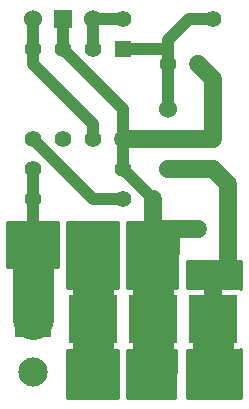
<source format=gbl>
G04 (created by PCBNEW-RS274X (2012-01-19 BZR 3256)-stable) date 2013-07-01 19:01:18*
G01*
G70*
G90*
%MOIN*%
G04 Gerber Fmt 3.4, Leading zero omitted, Abs format*
%FSLAX34Y34*%
G04 APERTURE LIST*
%ADD10C,0.006000*%
%ADD11R,0.124600X0.124600*%
%ADD12C,0.097600*%
%ADD13C,0.055000*%
%ADD14R,0.055000X0.055000*%
%ADD15C,0.060000*%
%ADD16R,0.159500X0.159500*%
%ADD17R,0.060000X0.060000*%
%ADD18C,0.059100*%
%ADD19C,0.138200*%
%ADD20C,0.039400*%
%ADD21C,0.010000*%
G04 APERTURE END LIST*
G54D10*
G54D11*
X26000Y-19000D03*
G54D12*
X26000Y-20750D03*
G54D13*
X32000Y-09000D03*
X29000Y-09000D03*
X26000Y-15000D03*
X29000Y-15000D03*
G54D14*
X29000Y-10000D03*
G54D13*
X28000Y-10000D03*
X27000Y-10000D03*
X26000Y-10000D03*
X26000Y-13000D03*
X27000Y-13000D03*
X28000Y-13000D03*
X29000Y-13000D03*
G54D14*
X32500Y-16000D03*
G54D13*
X31500Y-16000D03*
X32000Y-14000D03*
X32000Y-13000D03*
X30500Y-10500D03*
X31500Y-10500D03*
X26000Y-14000D03*
X29000Y-14000D03*
G54D15*
X28000Y-16500D03*
X26000Y-16500D03*
X30000Y-16500D03*
G54D16*
X30000Y-19000D03*
X32000Y-19000D03*
X28000Y-19000D03*
G54D15*
X28000Y-09000D03*
G54D17*
X27000Y-09000D03*
G54D15*
X26000Y-09000D03*
X30500Y-14000D03*
G54D17*
X30500Y-13000D03*
G54D15*
X30500Y-12000D03*
G54D18*
X32500Y-17250D02*
X32000Y-17750D01*
X30500Y-14000D02*
X32000Y-14000D01*
X32500Y-16000D02*
X32500Y-14500D01*
X32500Y-14500D02*
X32000Y-14000D01*
G54D19*
X32000Y-19000D02*
X32000Y-20750D01*
G54D18*
X32500Y-16000D02*
X32500Y-17250D01*
X32000Y-17750D02*
X32000Y-19000D01*
X32000Y-11000D02*
X31500Y-10500D01*
G54D20*
X27000Y-09000D02*
X27000Y-10000D01*
X29000Y-13000D02*
X29000Y-14000D01*
X29000Y-12000D02*
X29000Y-13000D01*
X27000Y-10000D02*
X29000Y-12000D01*
G54D18*
X31500Y-16000D02*
X30000Y-16000D01*
X30000Y-15000D02*
X30000Y-16000D01*
X30000Y-16000D02*
X30000Y-16500D01*
G54D19*
X30000Y-16500D02*
X30000Y-19000D01*
G54D20*
X29000Y-14000D02*
X30000Y-15000D01*
G54D18*
X32000Y-13000D02*
X32000Y-11000D01*
X30500Y-13000D02*
X32000Y-13000D01*
X30500Y-13000D02*
X29000Y-13000D01*
G54D19*
X30000Y-19000D02*
X30000Y-20750D01*
G54D20*
X29000Y-15000D02*
X28500Y-15000D01*
X28000Y-15000D02*
X26000Y-13000D01*
X28000Y-15000D02*
X28500Y-15000D01*
X26000Y-15000D02*
X26000Y-16500D01*
X26000Y-14000D02*
X26000Y-15000D01*
G54D19*
X26000Y-16500D02*
X26000Y-17000D01*
X26000Y-17000D02*
X26000Y-19000D01*
G54D20*
X26000Y-16500D02*
X26000Y-16000D01*
G54D19*
X28000Y-19000D02*
X28000Y-20750D01*
X28000Y-16500D02*
X28000Y-19000D01*
G54D20*
X26000Y-09500D02*
X26000Y-09000D01*
X26000Y-10000D02*
X26000Y-09500D01*
X28000Y-12500D02*
X26000Y-10500D01*
X28000Y-13000D02*
X28000Y-12500D01*
X26000Y-10500D02*
X26000Y-09500D01*
X30500Y-12000D02*
X30500Y-10500D01*
X30500Y-10500D02*
X30500Y-10000D01*
X30500Y-10000D02*
X29000Y-10000D01*
X30500Y-10500D02*
X30500Y-09700D01*
X31200Y-09000D02*
X32000Y-09000D01*
X30500Y-09700D02*
X31200Y-09000D01*
X28000Y-09000D02*
X28000Y-10000D01*
X29000Y-09000D02*
X28000Y-09000D01*
G54D10*
G36*
X32950Y-21625D02*
X31150Y-21625D01*
X31150Y-20044D01*
X31154Y-20046D01*
X31888Y-20047D01*
X31950Y-19985D01*
X31950Y-19100D01*
X31950Y-19050D01*
X31950Y-18950D01*
X31950Y-18900D01*
X31950Y-18015D01*
X31888Y-17953D01*
X31154Y-17954D01*
X31150Y-17955D01*
X31150Y-17050D01*
X32950Y-17050D01*
X32950Y-18004D01*
X32938Y-17992D01*
X32846Y-17954D01*
X32112Y-17953D01*
X32050Y-18015D01*
X32050Y-18900D01*
X32050Y-18950D01*
X32050Y-19050D01*
X32050Y-19100D01*
X32050Y-19985D01*
X32112Y-20047D01*
X32846Y-20046D01*
X32938Y-20008D01*
X32950Y-19996D01*
X32950Y-21625D01*
X32950Y-21625D01*
G37*
G54D21*
X32950Y-21625D02*
X31150Y-21625D01*
X31150Y-20044D01*
X31154Y-20046D01*
X31888Y-20047D01*
X31950Y-19985D01*
X31950Y-19100D01*
X31950Y-19050D01*
X31950Y-18950D01*
X31950Y-18900D01*
X31950Y-18015D01*
X31888Y-17953D01*
X31154Y-17954D01*
X31150Y-17955D01*
X31150Y-17050D01*
X32950Y-17050D01*
X32950Y-18004D01*
X32938Y-17992D01*
X32846Y-17954D01*
X32112Y-17953D01*
X32050Y-18015D01*
X32050Y-18900D01*
X32050Y-18950D01*
X32050Y-19050D01*
X32050Y-19100D01*
X32050Y-19985D01*
X32112Y-20047D01*
X32846Y-20046D01*
X32938Y-20008D01*
X32950Y-19996D01*
X32950Y-21625D01*
G54D10*
G36*
X30849Y-15750D02*
X30812Y-17953D01*
X30543Y-17953D01*
X30543Y-16579D01*
X30532Y-16366D01*
X30472Y-16219D01*
X30378Y-16192D01*
X30308Y-16262D01*
X30308Y-16122D01*
X30281Y-16028D01*
X30079Y-15957D01*
X29866Y-15968D01*
X29719Y-16028D01*
X29692Y-16122D01*
X30000Y-16429D01*
X30308Y-16122D01*
X30308Y-16262D01*
X30071Y-16500D01*
X30378Y-16808D01*
X30472Y-16781D01*
X30543Y-16579D01*
X30543Y-17953D01*
X30308Y-17953D01*
X30308Y-16878D01*
X30000Y-16571D01*
X29929Y-16641D01*
X29929Y-16500D01*
X29622Y-16192D01*
X29528Y-16219D01*
X29457Y-16421D01*
X29468Y-16634D01*
X29528Y-16781D01*
X29622Y-16808D01*
X29929Y-16500D01*
X29929Y-16641D01*
X29692Y-16878D01*
X29719Y-16972D01*
X29921Y-17043D01*
X30134Y-17032D01*
X30281Y-16972D01*
X30308Y-16878D01*
X30308Y-17953D01*
X30112Y-17953D01*
X30050Y-18015D01*
X30050Y-18900D01*
X30050Y-18950D01*
X30050Y-19050D01*
X30050Y-19100D01*
X30050Y-19985D01*
X30112Y-20047D01*
X30777Y-20046D01*
X30751Y-21625D01*
X29150Y-21625D01*
X29150Y-20044D01*
X29154Y-20046D01*
X29888Y-20047D01*
X29950Y-19985D01*
X29950Y-19100D01*
X29950Y-19050D01*
X29950Y-18950D01*
X29950Y-18900D01*
X29950Y-18015D01*
X29888Y-17953D01*
X29154Y-17954D01*
X29150Y-17955D01*
X29150Y-15750D01*
X30849Y-15750D01*
X30849Y-15750D01*
G37*
G54D21*
X30849Y-15750D02*
X30812Y-17953D01*
X30543Y-17953D01*
X30543Y-16579D01*
X30532Y-16366D01*
X30472Y-16219D01*
X30378Y-16192D01*
X30308Y-16262D01*
X30308Y-16122D01*
X30281Y-16028D01*
X30079Y-15957D01*
X29866Y-15968D01*
X29719Y-16028D01*
X29692Y-16122D01*
X30000Y-16429D01*
X30308Y-16122D01*
X30308Y-16262D01*
X30071Y-16500D01*
X30378Y-16808D01*
X30472Y-16781D01*
X30543Y-16579D01*
X30543Y-17953D01*
X30308Y-17953D01*
X30308Y-16878D01*
X30000Y-16571D01*
X29929Y-16641D01*
X29929Y-16500D01*
X29622Y-16192D01*
X29528Y-16219D01*
X29457Y-16421D01*
X29468Y-16634D01*
X29528Y-16781D01*
X29622Y-16808D01*
X29929Y-16500D01*
X29929Y-16641D01*
X29692Y-16878D01*
X29719Y-16972D01*
X29921Y-17043D01*
X30134Y-17032D01*
X30281Y-16972D01*
X30308Y-16878D01*
X30308Y-17953D01*
X30112Y-17953D01*
X30050Y-18015D01*
X30050Y-18900D01*
X30050Y-18950D01*
X30050Y-19050D01*
X30050Y-19100D01*
X30050Y-19985D01*
X30112Y-20047D01*
X30777Y-20046D01*
X30751Y-21625D01*
X29150Y-21625D01*
X29150Y-20044D01*
X29154Y-20046D01*
X29888Y-20047D01*
X29950Y-19985D01*
X29950Y-19100D01*
X29950Y-19050D01*
X29950Y-18950D01*
X29950Y-18900D01*
X29950Y-18015D01*
X29888Y-17953D01*
X29154Y-17954D01*
X29150Y-17955D01*
X29150Y-15750D01*
X30849Y-15750D01*
G54D10*
G36*
X28850Y-21625D02*
X27150Y-21625D01*
X27150Y-20044D01*
X27154Y-20046D01*
X27888Y-20047D01*
X27950Y-19985D01*
X27950Y-19100D01*
X27950Y-19050D01*
X27950Y-18950D01*
X27950Y-18900D01*
X27950Y-18015D01*
X27888Y-17953D01*
X27154Y-17954D01*
X27150Y-17955D01*
X27150Y-15750D01*
X28850Y-15750D01*
X28850Y-17955D01*
X28846Y-17954D01*
X28543Y-17953D01*
X28543Y-16579D01*
X28532Y-16366D01*
X28472Y-16219D01*
X28378Y-16192D01*
X28308Y-16262D01*
X28308Y-16122D01*
X28281Y-16028D01*
X28079Y-15957D01*
X27866Y-15968D01*
X27719Y-16028D01*
X27692Y-16122D01*
X28000Y-16429D01*
X28308Y-16122D01*
X28308Y-16262D01*
X28071Y-16500D01*
X28378Y-16808D01*
X28472Y-16781D01*
X28543Y-16579D01*
X28543Y-17953D01*
X28308Y-17953D01*
X28308Y-16878D01*
X28000Y-16571D01*
X27929Y-16641D01*
X27929Y-16500D01*
X27622Y-16192D01*
X27528Y-16219D01*
X27457Y-16421D01*
X27468Y-16634D01*
X27528Y-16781D01*
X27622Y-16808D01*
X27929Y-16500D01*
X27929Y-16641D01*
X27692Y-16878D01*
X27719Y-16972D01*
X27921Y-17043D01*
X28134Y-17032D01*
X28281Y-16972D01*
X28308Y-16878D01*
X28308Y-17953D01*
X28112Y-17953D01*
X28050Y-18015D01*
X28050Y-18900D01*
X28050Y-18950D01*
X28050Y-19050D01*
X28050Y-19100D01*
X28050Y-19985D01*
X28112Y-20047D01*
X28846Y-20046D01*
X28850Y-20044D01*
X28850Y-21625D01*
X28850Y-21625D01*
G37*
G54D21*
X28850Y-21625D02*
X27150Y-21625D01*
X27150Y-20044D01*
X27154Y-20046D01*
X27888Y-20047D01*
X27950Y-19985D01*
X27950Y-19100D01*
X27950Y-19050D01*
X27950Y-18950D01*
X27950Y-18900D01*
X27950Y-18015D01*
X27888Y-17953D01*
X27154Y-17954D01*
X27150Y-17955D01*
X27150Y-15750D01*
X28850Y-15750D01*
X28850Y-17955D01*
X28846Y-17954D01*
X28543Y-17953D01*
X28543Y-16579D01*
X28532Y-16366D01*
X28472Y-16219D01*
X28378Y-16192D01*
X28308Y-16262D01*
X28308Y-16122D01*
X28281Y-16028D01*
X28079Y-15957D01*
X27866Y-15968D01*
X27719Y-16028D01*
X27692Y-16122D01*
X28000Y-16429D01*
X28308Y-16122D01*
X28308Y-16262D01*
X28071Y-16500D01*
X28378Y-16808D01*
X28472Y-16781D01*
X28543Y-16579D01*
X28543Y-17953D01*
X28308Y-17953D01*
X28308Y-16878D01*
X28000Y-16571D01*
X27929Y-16641D01*
X27929Y-16500D01*
X27622Y-16192D01*
X27528Y-16219D01*
X27457Y-16421D01*
X27468Y-16634D01*
X27528Y-16781D01*
X27622Y-16808D01*
X27929Y-16500D01*
X27929Y-16641D01*
X27692Y-16878D01*
X27719Y-16972D01*
X27921Y-17043D01*
X28134Y-17032D01*
X28281Y-16972D01*
X28308Y-16878D01*
X28308Y-17953D01*
X28112Y-17953D01*
X28050Y-18015D01*
X28050Y-18900D01*
X28050Y-18950D01*
X28050Y-19050D01*
X28050Y-19100D01*
X28050Y-19985D01*
X28112Y-20047D01*
X28846Y-20046D01*
X28850Y-20044D01*
X28850Y-21625D01*
G54D10*
G36*
X26850Y-17250D02*
X26543Y-17250D01*
X26543Y-16579D01*
X26532Y-16366D01*
X26472Y-16219D01*
X26378Y-16192D01*
X26308Y-16262D01*
X26308Y-16122D01*
X26281Y-16028D01*
X26079Y-15957D01*
X25866Y-15968D01*
X25719Y-16028D01*
X25692Y-16122D01*
X26000Y-16429D01*
X26308Y-16122D01*
X26308Y-16262D01*
X26071Y-16500D01*
X26378Y-16808D01*
X26472Y-16781D01*
X26543Y-16579D01*
X26543Y-17250D01*
X26308Y-17250D01*
X26308Y-16878D01*
X26000Y-16571D01*
X25929Y-16641D01*
X25929Y-16500D01*
X25622Y-16192D01*
X25528Y-16219D01*
X25457Y-16421D01*
X25468Y-16634D01*
X25528Y-16781D01*
X25622Y-16808D01*
X25929Y-16500D01*
X25929Y-16641D01*
X25692Y-16878D01*
X25719Y-16972D01*
X25921Y-17043D01*
X26134Y-17032D01*
X26281Y-16972D01*
X26308Y-16878D01*
X26308Y-17250D01*
X25150Y-17250D01*
X25150Y-15750D01*
X26850Y-15750D01*
X26850Y-17250D01*
X26850Y-17250D01*
G37*
G54D21*
X26850Y-17250D02*
X26543Y-17250D01*
X26543Y-16579D01*
X26532Y-16366D01*
X26472Y-16219D01*
X26378Y-16192D01*
X26308Y-16262D01*
X26308Y-16122D01*
X26281Y-16028D01*
X26079Y-15957D01*
X25866Y-15968D01*
X25719Y-16028D01*
X25692Y-16122D01*
X26000Y-16429D01*
X26308Y-16122D01*
X26308Y-16262D01*
X26071Y-16500D01*
X26378Y-16808D01*
X26472Y-16781D01*
X26543Y-16579D01*
X26543Y-17250D01*
X26308Y-17250D01*
X26308Y-16878D01*
X26000Y-16571D01*
X25929Y-16641D01*
X25929Y-16500D01*
X25622Y-16192D01*
X25528Y-16219D01*
X25457Y-16421D01*
X25468Y-16634D01*
X25528Y-16781D01*
X25622Y-16808D01*
X25929Y-16500D01*
X25929Y-16641D01*
X25692Y-16878D01*
X25719Y-16972D01*
X25921Y-17043D01*
X26134Y-17032D01*
X26281Y-16972D01*
X26308Y-16878D01*
X26308Y-17250D01*
X25150Y-17250D01*
X25150Y-15750D01*
X26850Y-15750D01*
X26850Y-17250D01*
M02*

</source>
